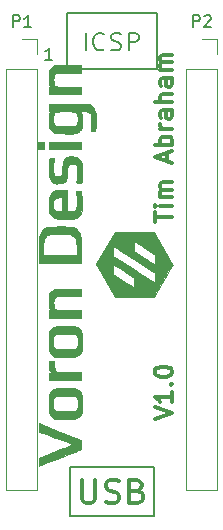
<source format=gbr>
G04 #@! TF.GenerationSoftware,KiCad,Pcbnew,(5.1.5)-3*
G04 #@! TF.CreationDate,2020-04-06T22:17:53-04:00*
G04 #@! TF.ProjectId,RepRap Display Controller,52657052-6170-4204-9469-73706c617920,rev?*
G04 #@! TF.SameCoordinates,Original*
G04 #@! TF.FileFunction,Legend,Top*
G04 #@! TF.FilePolarity,Positive*
%FSLAX46Y46*%
G04 Gerber Fmt 4.6, Leading zero omitted, Abs format (unit mm)*
G04 Created by KiCad (PCBNEW (5.1.5)-3) date 2020-04-06 22:17:53*
%MOMM*%
%LPD*%
G04 APERTURE LIST*
%ADD10C,0.300000*%
%ADD11C,0.150000*%
%ADD12C,0.010000*%
%ADD13C,0.120000*%
G04 APERTURE END LIST*
D10*
X150689571Y-85410571D02*
X150689571Y-84553428D01*
X152189571Y-84982000D02*
X150689571Y-84982000D01*
X152189571Y-84053428D02*
X151189571Y-84053428D01*
X150689571Y-84053428D02*
X150761000Y-84124857D01*
X150832428Y-84053428D01*
X150761000Y-83982000D01*
X150689571Y-84053428D01*
X150832428Y-84053428D01*
X152189571Y-83339142D02*
X151189571Y-83339142D01*
X151332428Y-83339142D02*
X151261000Y-83267714D01*
X151189571Y-83124857D01*
X151189571Y-82910571D01*
X151261000Y-82767714D01*
X151403857Y-82696285D01*
X152189571Y-82696285D01*
X151403857Y-82696285D02*
X151261000Y-82624857D01*
X151189571Y-82482000D01*
X151189571Y-82267714D01*
X151261000Y-82124857D01*
X151403857Y-82053428D01*
X152189571Y-82053428D01*
X151761000Y-80267714D02*
X151761000Y-79553428D01*
X152189571Y-80410571D02*
X150689571Y-79910571D01*
X152189571Y-79410571D01*
X152189571Y-78910571D02*
X150689571Y-78910571D01*
X151261000Y-78910571D02*
X151189571Y-78767714D01*
X151189571Y-78482000D01*
X151261000Y-78339142D01*
X151332428Y-78267714D01*
X151475285Y-78196285D01*
X151903857Y-78196285D01*
X152046714Y-78267714D01*
X152118142Y-78339142D01*
X152189571Y-78482000D01*
X152189571Y-78767714D01*
X152118142Y-78910571D01*
X152189571Y-77553428D02*
X151189571Y-77553428D01*
X151475285Y-77553428D02*
X151332428Y-77482000D01*
X151261000Y-77410571D01*
X151189571Y-77267714D01*
X151189571Y-77124857D01*
X152189571Y-75982000D02*
X151403857Y-75982000D01*
X151261000Y-76053428D01*
X151189571Y-76196285D01*
X151189571Y-76482000D01*
X151261000Y-76624857D01*
X152118142Y-75982000D02*
X152189571Y-76124857D01*
X152189571Y-76482000D01*
X152118142Y-76624857D01*
X151975285Y-76696285D01*
X151832428Y-76696285D01*
X151689571Y-76624857D01*
X151618142Y-76482000D01*
X151618142Y-76124857D01*
X151546714Y-75982000D01*
X152189571Y-75267714D02*
X150689571Y-75267714D01*
X152189571Y-74624857D02*
X151403857Y-74624857D01*
X151261000Y-74696285D01*
X151189571Y-74839142D01*
X151189571Y-75053428D01*
X151261000Y-75196285D01*
X151332428Y-75267714D01*
X152189571Y-73267714D02*
X151403857Y-73267714D01*
X151261000Y-73339142D01*
X151189571Y-73482000D01*
X151189571Y-73767714D01*
X151261000Y-73910571D01*
X152118142Y-73267714D02*
X152189571Y-73410571D01*
X152189571Y-73767714D01*
X152118142Y-73910571D01*
X151975285Y-73982000D01*
X151832428Y-73982000D01*
X151689571Y-73910571D01*
X151618142Y-73767714D01*
X151618142Y-73410571D01*
X151546714Y-73267714D01*
X152189571Y-72553428D02*
X151189571Y-72553428D01*
X151332428Y-72553428D02*
X151261000Y-72482000D01*
X151189571Y-72339142D01*
X151189571Y-72124857D01*
X151261000Y-71982000D01*
X151403857Y-71910571D01*
X152189571Y-71910571D01*
X151403857Y-71910571D02*
X151261000Y-71839142D01*
X151189571Y-71696285D01*
X151189571Y-71482000D01*
X151261000Y-71339142D01*
X151403857Y-71267714D01*
X152189571Y-71267714D01*
X150689571Y-102107714D02*
X152189571Y-101607714D01*
X150689571Y-101107714D01*
X152189571Y-99822000D02*
X152189571Y-100679142D01*
X152189571Y-100250571D02*
X150689571Y-100250571D01*
X150903857Y-100393428D01*
X151046714Y-100536285D01*
X151118142Y-100679142D01*
X152046714Y-99179142D02*
X152118142Y-99107714D01*
X152189571Y-99179142D01*
X152118142Y-99250571D01*
X152046714Y-99179142D01*
X152189571Y-99179142D01*
X150689571Y-98179142D02*
X150689571Y-98036285D01*
X150761000Y-97893428D01*
X150832428Y-97822000D01*
X150975285Y-97750571D01*
X151261000Y-97679142D01*
X151618142Y-97679142D01*
X151903857Y-97750571D01*
X152046714Y-97822000D01*
X152118142Y-97893428D01*
X152189571Y-98036285D01*
X152189571Y-98179142D01*
X152118142Y-98322000D01*
X152046714Y-98393428D01*
X151903857Y-98464857D01*
X151618142Y-98536285D01*
X151261000Y-98536285D01*
X150975285Y-98464857D01*
X150832428Y-98393428D01*
X150761000Y-98322000D01*
X150689571Y-98179142D01*
D11*
X150622000Y-106172000D02*
X150622000Y-110363000D01*
X143510000Y-106172000D02*
X150622000Y-106172000D01*
X143510000Y-110363000D02*
X143510000Y-106172000D01*
X150622000Y-110363000D02*
X143510000Y-110363000D01*
X150876000Y-67754500D02*
X143256000Y-67754500D01*
X150876000Y-72517000D02*
X150876000Y-67754500D01*
X143256000Y-72517000D02*
X150876000Y-72517000D01*
X143256000Y-67754500D02*
X143256000Y-72517000D01*
X144851714Y-70909571D02*
X144851714Y-69409571D01*
X146423142Y-70766714D02*
X146351714Y-70838142D01*
X146137428Y-70909571D01*
X145994571Y-70909571D01*
X145780285Y-70838142D01*
X145637428Y-70695285D01*
X145566000Y-70552428D01*
X145494571Y-70266714D01*
X145494571Y-70052428D01*
X145566000Y-69766714D01*
X145637428Y-69623857D01*
X145780285Y-69481000D01*
X145994571Y-69409571D01*
X146137428Y-69409571D01*
X146351714Y-69481000D01*
X146423142Y-69552428D01*
X146994571Y-70838142D02*
X147208857Y-70909571D01*
X147566000Y-70909571D01*
X147708857Y-70838142D01*
X147780285Y-70766714D01*
X147851714Y-70623857D01*
X147851714Y-70481000D01*
X147780285Y-70338142D01*
X147708857Y-70266714D01*
X147566000Y-70195285D01*
X147280285Y-70123857D01*
X147137428Y-70052428D01*
X147066000Y-69981000D01*
X146994571Y-69838142D01*
X146994571Y-69695285D01*
X147066000Y-69552428D01*
X147137428Y-69481000D01*
X147280285Y-69409571D01*
X147637428Y-69409571D01*
X147851714Y-69481000D01*
X148494571Y-70909571D02*
X148494571Y-69409571D01*
X149066000Y-69409571D01*
X149208857Y-69481000D01*
X149280285Y-69552428D01*
X149351714Y-69695285D01*
X149351714Y-69909571D01*
X149280285Y-70052428D01*
X149208857Y-70123857D01*
X149066000Y-70195285D01*
X148494571Y-70195285D01*
D10*
X144542190Y-107235761D02*
X144542190Y-108854809D01*
X144637428Y-109045285D01*
X144732666Y-109140523D01*
X144923142Y-109235761D01*
X145304095Y-109235761D01*
X145494571Y-109140523D01*
X145589809Y-109045285D01*
X145685047Y-108854809D01*
X145685047Y-107235761D01*
X146542190Y-109140523D02*
X146827904Y-109235761D01*
X147304095Y-109235761D01*
X147494571Y-109140523D01*
X147589809Y-109045285D01*
X147685047Y-108854809D01*
X147685047Y-108664333D01*
X147589809Y-108473857D01*
X147494571Y-108378619D01*
X147304095Y-108283380D01*
X146923142Y-108188142D01*
X146732666Y-108092904D01*
X146637428Y-107997666D01*
X146542190Y-107807190D01*
X146542190Y-107616714D01*
X146637428Y-107426238D01*
X146732666Y-107331000D01*
X146923142Y-107235761D01*
X147399333Y-107235761D01*
X147685047Y-107331000D01*
X149208857Y-108188142D02*
X149494571Y-108283380D01*
X149589809Y-108378619D01*
X149685047Y-108569095D01*
X149685047Y-108854809D01*
X149589809Y-109045285D01*
X149494571Y-109140523D01*
X149304095Y-109235761D01*
X148542190Y-109235761D01*
X148542190Y-107235761D01*
X149208857Y-107235761D01*
X149399333Y-107331000D01*
X149494571Y-107426238D01*
X149589809Y-107616714D01*
X149589809Y-107807190D01*
X149494571Y-107997666D01*
X149399333Y-108092904D01*
X149208857Y-108188142D01*
X148542190Y-108188142D01*
D11*
X142017714Y-71699380D02*
X141446285Y-71699380D01*
X141732000Y-71699380D02*
X141732000Y-70699380D01*
X141636761Y-70842238D01*
X141541523Y-70937476D01*
X141446285Y-70985095D01*
D12*
G36*
X141352511Y-78637464D02*
G01*
X141352511Y-79271709D01*
X140808872Y-79271709D01*
X140808872Y-78637464D01*
X141352511Y-78637464D01*
G37*
X141352511Y-78637464D02*
X141352511Y-79271709D01*
X140808872Y-79271709D01*
X140808872Y-78637464D01*
X141352511Y-78637464D01*
G36*
X141739948Y-72803691D02*
G01*
X141741824Y-72793350D01*
X141792782Y-72593792D01*
X141865205Y-72442678D01*
X141965315Y-72330005D01*
X142074600Y-72258141D01*
X142235270Y-72174206D01*
X144493533Y-72174206D01*
X144493533Y-72808451D01*
X143444009Y-72808896D01*
X143136706Y-72809672D01*
X142885456Y-72811811D01*
X142685922Y-72815460D01*
X142533766Y-72820764D01*
X142424648Y-72827869D01*
X142354231Y-72836922D01*
X142320632Y-72846716D01*
X142232773Y-72911876D01*
X142172981Y-73008559D01*
X142138371Y-73144732D01*
X142126055Y-73328362D01*
X142126131Y-73383443D01*
X142135355Y-73571607D01*
X142160349Y-73711511D01*
X142204890Y-73814097D01*
X142272754Y-73890305D01*
X142310665Y-73918095D01*
X142337390Y-73932430D01*
X142373631Y-73944094D01*
X142425701Y-73953434D01*
X142499914Y-73960796D01*
X142602585Y-73966528D01*
X142740028Y-73970976D01*
X142918557Y-73974486D01*
X143144485Y-73977406D01*
X143424127Y-73980082D01*
X143442616Y-73980241D01*
X144493533Y-73989248D01*
X144493533Y-74620579D01*
X141775341Y-74620579D01*
X141775341Y-74303457D01*
X141776543Y-74159992D01*
X141781188Y-74066746D01*
X141790828Y-74013561D01*
X141807020Y-73990281D01*
X141823875Y-73986334D01*
X141857191Y-73970742D01*
X141850447Y-73933481D01*
X141788572Y-73739105D01*
X141744560Y-73507688D01*
X141720436Y-73260480D01*
X141718224Y-73018731D01*
X141739948Y-72803691D01*
G37*
X141739948Y-72803691D02*
X141741824Y-72793350D01*
X141792782Y-72593792D01*
X141865205Y-72442678D01*
X141965315Y-72330005D01*
X142074600Y-72258141D01*
X142235270Y-72174206D01*
X144493533Y-72174206D01*
X144493533Y-72808451D01*
X143444009Y-72808896D01*
X143136706Y-72809672D01*
X142885456Y-72811811D01*
X142685922Y-72815460D01*
X142533766Y-72820764D01*
X142424648Y-72827869D01*
X142354231Y-72836922D01*
X142320632Y-72846716D01*
X142232773Y-72911876D01*
X142172981Y-73008559D01*
X142138371Y-73144732D01*
X142126055Y-73328362D01*
X142126131Y-73383443D01*
X142135355Y-73571607D01*
X142160349Y-73711511D01*
X142204890Y-73814097D01*
X142272754Y-73890305D01*
X142310665Y-73918095D01*
X142337390Y-73932430D01*
X142373631Y-73944094D01*
X142425701Y-73953434D01*
X142499914Y-73960796D01*
X142602585Y-73966528D01*
X142740028Y-73970976D01*
X142918557Y-73974486D01*
X143144485Y-73977406D01*
X143424127Y-73980082D01*
X143442616Y-73980241D01*
X144493533Y-73989248D01*
X144493533Y-74620579D01*
X141775341Y-74620579D01*
X141775341Y-74303457D01*
X141776543Y-74159992D01*
X141781188Y-74066746D01*
X141790828Y-74013561D01*
X141807020Y-73990281D01*
X141823875Y-73986334D01*
X141857191Y-73970742D01*
X141850447Y-73933481D01*
X141788572Y-73739105D01*
X141744560Y-73507688D01*
X141720436Y-73260480D01*
X141718224Y-73018731D01*
X141739948Y-72803691D01*
G36*
X144493533Y-78637464D02*
G01*
X144493533Y-79271709D01*
X141775341Y-79271709D01*
X141775341Y-78637464D01*
X144493533Y-78637464D01*
G37*
X144493533Y-78637464D02*
X144493533Y-79271709D01*
X141775341Y-79271709D01*
X141775341Y-78637464D01*
X144493533Y-78637464D01*
G36*
X140870299Y-87618668D02*
G01*
X140873881Y-87351875D01*
X140880793Y-87130682D01*
X140891807Y-86947703D01*
X140907695Y-86795547D01*
X140929227Y-86666826D01*
X140957176Y-86554152D01*
X140992312Y-86450136D01*
X141035376Y-86347456D01*
X141138065Y-86177817D01*
X141277536Y-86027875D01*
X141437628Y-85913010D01*
X141541691Y-85865615D01*
X141591314Y-85850210D01*
X141646961Y-85837933D01*
X141715780Y-85828437D01*
X141804919Y-85821377D01*
X141921527Y-85816407D01*
X142072752Y-85813181D01*
X142265742Y-85811353D01*
X142507647Y-85810577D01*
X142681405Y-85810472D01*
X142982322Y-85810799D01*
X143229609Y-85812577D01*
X143430042Y-85817004D01*
X143590394Y-85825277D01*
X143717440Y-85838593D01*
X143817954Y-85858150D01*
X143898710Y-85885143D01*
X143966483Y-85920771D01*
X144028048Y-85966231D01*
X144090178Y-86022720D01*
X144135622Y-86067460D01*
X144226480Y-86163854D01*
X144289992Y-86250690D01*
X144339698Y-86350453D01*
X144389136Y-86485631D01*
X144391307Y-86492118D01*
X144476368Y-86746739D01*
X144486999Y-87826465D01*
X144497630Y-88906192D01*
X144108065Y-88906192D01*
X144108065Y-88211542D01*
X144094088Y-87630151D01*
X144088250Y-87419555D01*
X144081484Y-87258758D01*
X144072672Y-87137155D01*
X144060694Y-87044141D01*
X144044432Y-86969111D01*
X144022767Y-86901461D01*
X144015076Y-86881093D01*
X143923555Y-86708984D01*
X143802035Y-86579684D01*
X143657740Y-86500529D01*
X143632772Y-86492940D01*
X143563104Y-86482714D01*
X143443273Y-86474391D01*
X143283491Y-86467974D01*
X143093969Y-86463466D01*
X142884919Y-86460870D01*
X142666552Y-86460188D01*
X142449079Y-86461425D01*
X142242713Y-86464582D01*
X142057665Y-86469663D01*
X141904147Y-86476672D01*
X141792369Y-86485611D01*
X141747293Y-86492380D01*
X141599528Y-86544852D01*
X141484578Y-86636072D01*
X141393858Y-86774219D01*
X141353319Y-86867547D01*
X141328396Y-86938422D01*
X141309609Y-87010259D01*
X141295757Y-87093920D01*
X141285637Y-87200265D01*
X141278048Y-87340156D01*
X141271789Y-87524453D01*
X141268948Y-87630151D01*
X141254089Y-88211542D01*
X144108065Y-88211542D01*
X144108065Y-88906192D01*
X140869276Y-88906192D01*
X140869276Y-87938450D01*
X140870299Y-87618668D01*
G37*
X140870299Y-87618668D02*
X140873881Y-87351875D01*
X140880793Y-87130682D01*
X140891807Y-86947703D01*
X140907695Y-86795547D01*
X140929227Y-86666826D01*
X140957176Y-86554152D01*
X140992312Y-86450136D01*
X141035376Y-86347456D01*
X141138065Y-86177817D01*
X141277536Y-86027875D01*
X141437628Y-85913010D01*
X141541691Y-85865615D01*
X141591314Y-85850210D01*
X141646961Y-85837933D01*
X141715780Y-85828437D01*
X141804919Y-85821377D01*
X141921527Y-85816407D01*
X142072752Y-85813181D01*
X142265742Y-85811353D01*
X142507647Y-85810577D01*
X142681405Y-85810472D01*
X142982322Y-85810799D01*
X143229609Y-85812577D01*
X143430042Y-85817004D01*
X143590394Y-85825277D01*
X143717440Y-85838593D01*
X143817954Y-85858150D01*
X143898710Y-85885143D01*
X143966483Y-85920771D01*
X144028048Y-85966231D01*
X144090178Y-86022720D01*
X144135622Y-86067460D01*
X144226480Y-86163854D01*
X144289992Y-86250690D01*
X144339698Y-86350453D01*
X144389136Y-86485631D01*
X144391307Y-86492118D01*
X144476368Y-86746739D01*
X144486999Y-87826465D01*
X144497630Y-88906192D01*
X144108065Y-88906192D01*
X144108065Y-88211542D01*
X144094088Y-87630151D01*
X144088250Y-87419555D01*
X144081484Y-87258758D01*
X144072672Y-87137155D01*
X144060694Y-87044141D01*
X144044432Y-86969111D01*
X144022767Y-86901461D01*
X144015076Y-86881093D01*
X143923555Y-86708984D01*
X143802035Y-86579684D01*
X143657740Y-86500529D01*
X143632772Y-86492940D01*
X143563104Y-86482714D01*
X143443273Y-86474391D01*
X143283491Y-86467974D01*
X143093969Y-86463466D01*
X142884919Y-86460870D01*
X142666552Y-86460188D01*
X142449079Y-86461425D01*
X142242713Y-86464582D01*
X142057665Y-86469663D01*
X141904147Y-86476672D01*
X141792369Y-86485611D01*
X141747293Y-86492380D01*
X141599528Y-86544852D01*
X141484578Y-86636072D01*
X141393858Y-86774219D01*
X141353319Y-86867547D01*
X141328396Y-86938422D01*
X141309609Y-87010259D01*
X141295757Y-87093920D01*
X141285637Y-87200265D01*
X141278048Y-87340156D01*
X141271789Y-87524453D01*
X141268948Y-87630151D01*
X141254089Y-88211542D01*
X144108065Y-88211542D01*
X144108065Y-88906192D01*
X140869276Y-88906192D01*
X140869276Y-87938450D01*
X140870299Y-87618668D01*
G36*
X141739948Y-91710231D02*
G01*
X141741824Y-91699890D01*
X141792782Y-91500332D01*
X141865205Y-91349218D01*
X141965315Y-91236545D01*
X142074600Y-91164681D01*
X142235270Y-91080746D01*
X144493533Y-91080746D01*
X144493533Y-91714991D01*
X143444009Y-91715436D01*
X143136706Y-91716212D01*
X142885456Y-91718351D01*
X142685922Y-91722000D01*
X142533766Y-91727304D01*
X142424648Y-91734409D01*
X142354231Y-91743462D01*
X142320632Y-91753256D01*
X142232773Y-91818416D01*
X142172981Y-91915099D01*
X142138371Y-92051272D01*
X142126055Y-92234902D01*
X142126131Y-92289983D01*
X142135355Y-92478147D01*
X142160349Y-92618051D01*
X142204890Y-92720637D01*
X142272754Y-92796844D01*
X142310665Y-92824635D01*
X142337390Y-92838970D01*
X142373631Y-92850634D01*
X142425701Y-92859973D01*
X142499914Y-92867336D01*
X142602585Y-92873068D01*
X142740028Y-92877516D01*
X142918557Y-92881026D01*
X143144485Y-92883946D01*
X143424127Y-92886621D01*
X143442616Y-92886781D01*
X144493533Y-92895788D01*
X144493533Y-93527119D01*
X141775341Y-93527119D01*
X141775341Y-93209997D01*
X141776543Y-93066532D01*
X141781188Y-92973286D01*
X141790828Y-92920101D01*
X141807020Y-92896821D01*
X141823875Y-92892874D01*
X141857191Y-92877282D01*
X141850447Y-92840020D01*
X141788572Y-92645644D01*
X141744560Y-92414227D01*
X141720436Y-92167020D01*
X141718224Y-91925271D01*
X141739948Y-91710231D01*
G37*
X141739948Y-91710231D02*
X141741824Y-91699890D01*
X141792782Y-91500332D01*
X141865205Y-91349218D01*
X141965315Y-91236545D01*
X142074600Y-91164681D01*
X142235270Y-91080746D01*
X144493533Y-91080746D01*
X144493533Y-91714991D01*
X143444009Y-91715436D01*
X143136706Y-91716212D01*
X142885456Y-91718351D01*
X142685922Y-91722000D01*
X142533766Y-91727304D01*
X142424648Y-91734409D01*
X142354231Y-91743462D01*
X142320632Y-91753256D01*
X142232773Y-91818416D01*
X142172981Y-91915099D01*
X142138371Y-92051272D01*
X142126055Y-92234902D01*
X142126131Y-92289983D01*
X142135355Y-92478147D01*
X142160349Y-92618051D01*
X142204890Y-92720637D01*
X142272754Y-92796844D01*
X142310665Y-92824635D01*
X142337390Y-92838970D01*
X142373631Y-92850634D01*
X142425701Y-92859973D01*
X142499914Y-92867336D01*
X142602585Y-92873068D01*
X142740028Y-92877516D01*
X142918557Y-92881026D01*
X143144485Y-92883946D01*
X143424127Y-92886621D01*
X143442616Y-92886781D01*
X144493533Y-92895788D01*
X144493533Y-93527119D01*
X141775341Y-93527119D01*
X141775341Y-93209997D01*
X141776543Y-93066532D01*
X141781188Y-92973286D01*
X141790828Y-92920101D01*
X141807020Y-92896821D01*
X141823875Y-92892874D01*
X141857191Y-92877282D01*
X141850447Y-92840020D01*
X141788572Y-92645644D01*
X141744560Y-92414227D01*
X141720436Y-92167020D01*
X141718224Y-91925271D01*
X141739948Y-91710231D01*
G36*
X142183069Y-97196679D02*
G01*
X142198927Y-97528903D01*
X142211523Y-97711555D01*
X142230220Y-97843824D01*
X142256610Y-97935563D01*
X142268887Y-97961662D01*
X142297018Y-98009531D01*
X142328853Y-98048428D01*
X142370581Y-98079282D01*
X142428389Y-98103020D01*
X142508467Y-98120573D01*
X142617002Y-98132867D01*
X142760183Y-98140832D01*
X142944199Y-98145397D01*
X143175238Y-98147490D01*
X143459487Y-98148040D01*
X143510994Y-98148047D01*
X144493533Y-98148047D01*
X144493533Y-98782292D01*
X141775341Y-98782292D01*
X141775341Y-98178249D01*
X141853363Y-98178249D01*
X141906940Y-98170932D01*
X141919869Y-98155597D01*
X141844019Y-98004297D01*
X141791840Y-97890648D01*
X141758883Y-97798842D01*
X141740702Y-97713069D01*
X141732850Y-97617519D01*
X141730880Y-97496384D01*
X141730839Y-97483600D01*
X141730037Y-97196679D01*
X142183069Y-97196679D01*
G37*
X142183069Y-97196679D02*
X142198927Y-97528903D01*
X142211523Y-97711555D01*
X142230220Y-97843824D01*
X142256610Y-97935563D01*
X142268887Y-97961662D01*
X142297018Y-98009531D01*
X142328853Y-98048428D01*
X142370581Y-98079282D01*
X142428389Y-98103020D01*
X142508467Y-98120573D01*
X142617002Y-98132867D01*
X142760183Y-98140832D01*
X142944199Y-98145397D01*
X143175238Y-98147490D01*
X143459487Y-98148040D01*
X143510994Y-98148047D01*
X144493533Y-98148047D01*
X144493533Y-98782292D01*
X141775341Y-98782292D01*
X141775341Y-98178249D01*
X141853363Y-98178249D01*
X141906940Y-98170932D01*
X141919869Y-98155597D01*
X141844019Y-98004297D01*
X141791840Y-97890648D01*
X141758883Y-97798842D01*
X141740702Y-97713069D01*
X141732850Y-97617519D01*
X141730880Y-97496384D01*
X141730839Y-97483600D01*
X141730037Y-97196679D01*
X142183069Y-97196679D01*
G36*
X142351730Y-104819926D02*
G01*
X142718121Y-104682649D01*
X143028519Y-104564889D01*
X143283953Y-104466231D01*
X143485454Y-104386263D01*
X143634049Y-104324569D01*
X143730769Y-104280736D01*
X143776642Y-104254350D01*
X143778781Y-104245930D01*
X143740250Y-104231421D01*
X143650775Y-104197886D01*
X143516000Y-104147434D01*
X143341566Y-104082176D01*
X143133115Y-104004223D01*
X142896291Y-103915684D01*
X142636735Y-103818670D01*
X142360090Y-103715291D01*
X142309743Y-103696479D01*
X142032276Y-103592632D01*
X141772272Y-103494982D01*
X141535169Y-103405594D01*
X141326402Y-103326533D01*
X141151405Y-103259865D01*
X141015615Y-103207655D01*
X140924467Y-103171967D01*
X140883397Y-103154869D01*
X140881665Y-103153856D01*
X140876562Y-103119602D01*
X140873851Y-103037911D01*
X140873751Y-102921710D01*
X140875800Y-102808672D01*
X140884377Y-102477930D01*
X142681405Y-103191696D01*
X144478432Y-103905462D01*
X144486894Y-104289746D01*
X144495355Y-104674030D01*
X144388839Y-104718535D01*
X144341046Y-104737680D01*
X144242494Y-104776487D01*
X144098745Y-104832787D01*
X143915361Y-104904411D01*
X143697905Y-104989189D01*
X143451937Y-105084953D01*
X143183022Y-105189533D01*
X142896720Y-105300760D01*
X142734361Y-105363787D01*
X142438865Y-105478490D01*
X142156074Y-105588309D01*
X141891790Y-105690986D01*
X141651817Y-105784266D01*
X141441955Y-105865892D01*
X141268008Y-105933607D01*
X141135778Y-105985156D01*
X141051066Y-106018281D01*
X141027838Y-106027431D01*
X140869276Y-106090328D01*
X140869276Y-105372654D01*
X142351730Y-104819926D01*
G37*
X142351730Y-104819926D02*
X142718121Y-104682649D01*
X143028519Y-104564889D01*
X143283953Y-104466231D01*
X143485454Y-104386263D01*
X143634049Y-104324569D01*
X143730769Y-104280736D01*
X143776642Y-104254350D01*
X143778781Y-104245930D01*
X143740250Y-104231421D01*
X143650775Y-104197886D01*
X143516000Y-104147434D01*
X143341566Y-104082176D01*
X143133115Y-104004223D01*
X142896291Y-103915684D01*
X142636735Y-103818670D01*
X142360090Y-103715291D01*
X142309743Y-103696479D01*
X142032276Y-103592632D01*
X141772272Y-103494982D01*
X141535169Y-103405594D01*
X141326402Y-103326533D01*
X141151405Y-103259865D01*
X141015615Y-103207655D01*
X140924467Y-103171967D01*
X140883397Y-103154869D01*
X140881665Y-103153856D01*
X140876562Y-103119602D01*
X140873851Y-103037911D01*
X140873751Y-102921710D01*
X140875800Y-102808672D01*
X140884377Y-102477930D01*
X142681405Y-103191696D01*
X144478432Y-103905462D01*
X144486894Y-104289746D01*
X144495355Y-104674030D01*
X144388839Y-104718535D01*
X144341046Y-104737680D01*
X144242494Y-104776487D01*
X144098745Y-104832787D01*
X143915361Y-104904411D01*
X143697905Y-104989189D01*
X143451937Y-105084953D01*
X143183022Y-105189533D01*
X142896720Y-105300760D01*
X142734361Y-105363787D01*
X142438865Y-105478490D01*
X142156074Y-105588309D01*
X141891790Y-105690986D01*
X141651817Y-105784266D01*
X141441955Y-105865892D01*
X141268008Y-105933607D01*
X141135778Y-105985156D01*
X141051066Y-106018281D01*
X141027838Y-106027431D01*
X140869276Y-106090328D01*
X140869276Y-105372654D01*
X142351730Y-104819926D01*
G36*
X141729117Y-80618893D02*
G01*
X141737067Y-80447247D01*
X141745610Y-80295236D01*
X141754012Y-80173765D01*
X141761542Y-80093744D01*
X141766092Y-80067704D01*
X141800440Y-80042611D01*
X141883509Y-80029484D01*
X141978777Y-80026762D01*
X142175750Y-80026762D01*
X142157019Y-80170223D01*
X142117607Y-80513811D01*
X142096650Y-80802344D01*
X142094372Y-81038350D01*
X142110992Y-81224360D01*
X142146734Y-81362903D01*
X142201819Y-81456511D01*
X142274181Y-81506859D01*
X142355106Y-81524727D01*
X142467230Y-81534602D01*
X142585453Y-81535858D01*
X142684671Y-81527871D01*
X142725355Y-81518108D01*
X142776688Y-81485058D01*
X142816495Y-81425446D01*
X142846540Y-81332176D01*
X142868585Y-81198153D01*
X142884393Y-81016282D01*
X142893300Y-80842220D01*
X142906270Y-80611857D01*
X142925675Y-80432104D01*
X142954313Y-80293274D01*
X142994985Y-80185682D01*
X143050489Y-80099643D01*
X143123624Y-80025472D01*
X143131213Y-80019009D01*
X143242102Y-79946596D01*
X143375896Y-79901432D01*
X143543963Y-79881053D01*
X143757668Y-79882996D01*
X143758623Y-79883045D01*
X143905394Y-79893583D01*
X144011011Y-79910250D01*
X144094701Y-79937416D01*
X144171274Y-79976852D01*
X144292073Y-80069569D01*
X144387741Y-80194110D01*
X144459806Y-80355426D01*
X144509798Y-80558471D01*
X144539244Y-80808195D01*
X144549673Y-81109551D01*
X144549412Y-81201927D01*
X144547151Y-81371901D01*
X144543932Y-81526957D01*
X144540111Y-81654056D01*
X144536044Y-81740160D01*
X144534076Y-81763385D01*
X144522934Y-81853895D01*
X144509236Y-81961628D01*
X144506549Y-81982351D01*
X144489832Y-82110710D01*
X144280268Y-82110710D01*
X144191633Y-82111224D01*
X144130211Y-82106756D01*
X144092629Y-82088295D01*
X144075514Y-82046830D01*
X144075495Y-81973348D01*
X144089197Y-81858837D01*
X144113249Y-81694286D01*
X144116377Y-81672779D01*
X144136739Y-81499710D01*
X144152200Y-81306543D01*
X144160148Y-81127993D01*
X144160675Y-81083837D01*
X144151980Y-80878778D01*
X144122066Y-80725762D01*
X144066507Y-80618808D01*
X143980874Y-80551935D01*
X143860742Y-80519163D01*
X143738480Y-80513452D01*
X143604551Y-80519595D01*
X143501996Y-80538199D01*
X143426119Y-80576537D01*
X143372224Y-80641879D01*
X143335618Y-80741496D01*
X143311603Y-80882659D01*
X143295485Y-81072639D01*
X143287734Y-81211441D01*
X143270734Y-81457105D01*
X143245038Y-81650914D01*
X143207142Y-81801195D01*
X143153542Y-81916273D01*
X143080735Y-82004475D01*
X142985217Y-82074127D01*
X142907921Y-82114031D01*
X142816372Y-82141157D01*
X142688173Y-82160183D01*
X142541587Y-82170544D01*
X142394875Y-82171673D01*
X142266296Y-82163004D01*
X142174113Y-82143968D01*
X142158432Y-82137288D01*
X142024387Y-82044796D01*
X141916241Y-81916084D01*
X141833013Y-81747673D01*
X141773718Y-81536086D01*
X141737373Y-81277845D01*
X141722995Y-80969470D01*
X141729117Y-80618893D01*
G37*
X141729117Y-80618893D02*
X141737067Y-80447247D01*
X141745610Y-80295236D01*
X141754012Y-80173765D01*
X141761542Y-80093744D01*
X141766092Y-80067704D01*
X141800440Y-80042611D01*
X141883509Y-80029484D01*
X141978777Y-80026762D01*
X142175750Y-80026762D01*
X142157019Y-80170223D01*
X142117607Y-80513811D01*
X142096650Y-80802344D01*
X142094372Y-81038350D01*
X142110992Y-81224360D01*
X142146734Y-81362903D01*
X142201819Y-81456511D01*
X142274181Y-81506859D01*
X142355106Y-81524727D01*
X142467230Y-81534602D01*
X142585453Y-81535858D01*
X142684671Y-81527871D01*
X142725355Y-81518108D01*
X142776688Y-81485058D01*
X142816495Y-81425446D01*
X142846540Y-81332176D01*
X142868585Y-81198153D01*
X142884393Y-81016282D01*
X142893300Y-80842220D01*
X142906270Y-80611857D01*
X142925675Y-80432104D01*
X142954313Y-80293274D01*
X142994985Y-80185682D01*
X143050489Y-80099643D01*
X143123624Y-80025472D01*
X143131213Y-80019009D01*
X143242102Y-79946596D01*
X143375896Y-79901432D01*
X143543963Y-79881053D01*
X143757668Y-79882996D01*
X143758623Y-79883045D01*
X143905394Y-79893583D01*
X144011011Y-79910250D01*
X144094701Y-79937416D01*
X144171274Y-79976852D01*
X144292073Y-80069569D01*
X144387741Y-80194110D01*
X144459806Y-80355426D01*
X144509798Y-80558471D01*
X144539244Y-80808195D01*
X144549673Y-81109551D01*
X144549412Y-81201927D01*
X144547151Y-81371901D01*
X144543932Y-81526957D01*
X144540111Y-81654056D01*
X144536044Y-81740160D01*
X144534076Y-81763385D01*
X144522934Y-81853895D01*
X144509236Y-81961628D01*
X144506549Y-81982351D01*
X144489832Y-82110710D01*
X144280268Y-82110710D01*
X144191633Y-82111224D01*
X144130211Y-82106756D01*
X144092629Y-82088295D01*
X144075514Y-82046830D01*
X144075495Y-81973348D01*
X144089197Y-81858837D01*
X144113249Y-81694286D01*
X144116377Y-81672779D01*
X144136739Y-81499710D01*
X144152200Y-81306543D01*
X144160148Y-81127993D01*
X144160675Y-81083837D01*
X144151980Y-80878778D01*
X144122066Y-80725762D01*
X144066507Y-80618808D01*
X143980874Y-80551935D01*
X143860742Y-80519163D01*
X143738480Y-80513452D01*
X143604551Y-80519595D01*
X143501996Y-80538199D01*
X143426119Y-80576537D01*
X143372224Y-80641879D01*
X143335618Y-80741496D01*
X143311603Y-80882659D01*
X143295485Y-81072639D01*
X143287734Y-81211441D01*
X143270734Y-81457105D01*
X143245038Y-81650914D01*
X143207142Y-81801195D01*
X143153542Y-81916273D01*
X143080735Y-82004475D01*
X142985217Y-82074127D01*
X142907921Y-82114031D01*
X142816372Y-82141157D01*
X142688173Y-82160183D01*
X142541587Y-82170544D01*
X142394875Y-82171673D01*
X142266296Y-82163004D01*
X142174113Y-82143968D01*
X142158432Y-82137288D01*
X142024387Y-82044796D01*
X141916241Y-81916084D01*
X141833013Y-81747673D01*
X141773718Y-81536086D01*
X141737373Y-81277845D01*
X141722995Y-80969470D01*
X141729117Y-80618893D01*
G36*
X141738708Y-83621750D02*
G01*
X141766098Y-83387509D01*
X141814799Y-83198589D01*
X141887334Y-83048562D01*
X141986228Y-82931003D01*
X142114004Y-82839485D01*
X142158878Y-82815885D01*
X142228122Y-82783122D01*
X142288902Y-82759945D01*
X142353601Y-82744696D01*
X142434604Y-82735720D01*
X142544297Y-82731361D01*
X142695063Y-82729962D01*
X142802213Y-82729854D01*
X143270346Y-82729854D01*
X143278346Y-83628368D01*
X143286346Y-84526881D01*
X143519964Y-84526218D01*
X143715585Y-84514127D01*
X143863482Y-84476516D01*
X143972336Y-84409482D01*
X144050826Y-84309125D01*
X144065450Y-84281015D01*
X144125939Y-84095408D01*
X144150549Y-83864849D01*
X144139067Y-83593135D01*
X144114348Y-83409402D01*
X144090583Y-83259564D01*
X144069367Y-83115056D01*
X144053691Y-82996760D01*
X144048217Y-82947371D01*
X144034476Y-82802462D01*
X144448230Y-82820460D01*
X144498194Y-83107381D01*
X144521530Y-83283239D01*
X144537661Y-83491448D01*
X144546463Y-83716310D01*
X144547809Y-83942130D01*
X144541573Y-84153212D01*
X144527630Y-84333860D01*
X144508985Y-84454736D01*
X144445814Y-84669058D01*
X144356025Y-84840115D01*
X144232171Y-84981922D01*
X144225779Y-84987749D01*
X144166327Y-85038443D01*
X144107709Y-85078468D01*
X144042222Y-85108965D01*
X143962165Y-85131070D01*
X143859835Y-85145923D01*
X143727530Y-85154663D01*
X143557549Y-85158427D01*
X143342189Y-85158356D01*
X143089134Y-85155778D01*
X142892820Y-85153021D01*
X142892820Y-84534086D01*
X142892820Y-83341609D01*
X142624830Y-83354422D01*
X142450684Y-83369658D01*
X142325231Y-83399466D01*
X142237499Y-83448989D01*
X142176519Y-83523372D01*
X142150345Y-83576893D01*
X142126195Y-83672710D01*
X142112106Y-83806750D01*
X142108123Y-83958288D01*
X142114296Y-84106599D01*
X142130670Y-84230959D01*
X142148699Y-84293785D01*
X142195767Y-84385948D01*
X142253079Y-84448592D01*
X142333203Y-84487957D01*
X142448710Y-84510283D01*
X142607611Y-84521612D01*
X142892820Y-84534086D01*
X142892820Y-85153021D01*
X142846437Y-85152369D01*
X142656384Y-85148506D01*
X142511214Y-85143613D01*
X142403166Y-85137115D01*
X142324479Y-85128436D01*
X142267393Y-85117001D01*
X142224147Y-85102235D01*
X142198171Y-85089724D01*
X142052066Y-84994794D01*
X141936877Y-84878590D01*
X141849955Y-84734424D01*
X141788653Y-84555611D01*
X141750322Y-84335464D01*
X141732316Y-84067297D01*
X141730105Y-83907737D01*
X141738708Y-83621750D01*
G37*
X141738708Y-83621750D02*
X141766098Y-83387509D01*
X141814799Y-83198589D01*
X141887334Y-83048562D01*
X141986228Y-82931003D01*
X142114004Y-82839485D01*
X142158878Y-82815885D01*
X142228122Y-82783122D01*
X142288902Y-82759945D01*
X142353601Y-82744696D01*
X142434604Y-82735720D01*
X142544297Y-82731361D01*
X142695063Y-82729962D01*
X142802213Y-82729854D01*
X143270346Y-82729854D01*
X143278346Y-83628368D01*
X143286346Y-84526881D01*
X143519964Y-84526218D01*
X143715585Y-84514127D01*
X143863482Y-84476516D01*
X143972336Y-84409482D01*
X144050826Y-84309125D01*
X144065450Y-84281015D01*
X144125939Y-84095408D01*
X144150549Y-83864849D01*
X144139067Y-83593135D01*
X144114348Y-83409402D01*
X144090583Y-83259564D01*
X144069367Y-83115056D01*
X144053691Y-82996760D01*
X144048217Y-82947371D01*
X144034476Y-82802462D01*
X144448230Y-82820460D01*
X144498194Y-83107381D01*
X144521530Y-83283239D01*
X144537661Y-83491448D01*
X144546463Y-83716310D01*
X144547809Y-83942130D01*
X144541573Y-84153212D01*
X144527630Y-84333860D01*
X144508985Y-84454736D01*
X144445814Y-84669058D01*
X144356025Y-84840115D01*
X144232171Y-84981922D01*
X144225779Y-84987749D01*
X144166327Y-85038443D01*
X144107709Y-85078468D01*
X144042222Y-85108965D01*
X143962165Y-85131070D01*
X143859835Y-85145923D01*
X143727530Y-85154663D01*
X143557549Y-85158427D01*
X143342189Y-85158356D01*
X143089134Y-85155778D01*
X142892820Y-85153021D01*
X142892820Y-84534086D01*
X142892820Y-83341609D01*
X142624830Y-83354422D01*
X142450684Y-83369658D01*
X142325231Y-83399466D01*
X142237499Y-83448989D01*
X142176519Y-83523372D01*
X142150345Y-83576893D01*
X142126195Y-83672710D01*
X142112106Y-83806750D01*
X142108123Y-83958288D01*
X142114296Y-84106599D01*
X142130670Y-84230959D01*
X142148699Y-84293785D01*
X142195767Y-84385948D01*
X142253079Y-84448592D01*
X142333203Y-84487957D01*
X142448710Y-84510283D01*
X142607611Y-84521612D01*
X142892820Y-84534086D01*
X142892820Y-85153021D01*
X142846437Y-85152369D01*
X142656384Y-85148506D01*
X142511214Y-85143613D01*
X142403166Y-85137115D01*
X142324479Y-85128436D01*
X142267393Y-85117001D01*
X142224147Y-85102235D01*
X142198171Y-85089724D01*
X142052066Y-84994794D01*
X141936877Y-84878590D01*
X141849955Y-84734424D01*
X141788653Y-84555611D01*
X141750322Y-84335464D01*
X141732316Y-84067297D01*
X141730105Y-83907737D01*
X141738708Y-83621750D01*
G36*
X141723736Y-95444955D02*
G01*
X141736122Y-95165467D01*
X141758462Y-94938871D01*
X141793870Y-94758040D01*
X141845459Y-94615851D01*
X141916342Y-94505178D01*
X142009633Y-94418897D01*
X142128445Y-94349884D01*
X142218963Y-94311621D01*
X142289712Y-94287274D01*
X142363729Y-94268877D01*
X142451890Y-94255234D01*
X142565072Y-94245151D01*
X142714150Y-94237431D01*
X142910001Y-94230880D01*
X142968325Y-94229264D01*
X143281735Y-94224621D01*
X143542255Y-94229634D01*
X143756740Y-94245049D01*
X143932043Y-94271610D01*
X144075020Y-94310062D01*
X144192523Y-94361151D01*
X144195294Y-94362651D01*
X144298713Y-94430613D01*
X144381252Y-94514342D01*
X144444914Y-94620606D01*
X144491704Y-94756173D01*
X144523624Y-94927811D01*
X144542679Y-95142285D01*
X144550871Y-95406365D01*
X144551503Y-95565764D01*
X144547931Y-95827550D01*
X144538731Y-96032371D01*
X144523703Y-96183418D01*
X144507112Y-96268563D01*
X144439081Y-96467216D01*
X144352319Y-96615088D01*
X144239575Y-96720701D01*
X144093598Y-96792576D01*
X144049108Y-96806846D01*
X143988150Y-96821432D01*
X143912647Y-96832369D01*
X143814714Y-96839962D01*
X143686465Y-96844515D01*
X143520017Y-96846333D01*
X143307484Y-96845719D01*
X143144327Y-96844120D01*
X143144327Y-96213852D01*
X143176312Y-96213794D01*
X143431664Y-96212137D01*
X143633782Y-96207192D01*
X143789820Y-96197052D01*
X143906931Y-96179813D01*
X143992270Y-96153569D01*
X144052991Y-96116415D01*
X144096246Y-96066446D01*
X144129192Y-96001755D01*
X144146916Y-95955280D01*
X144168621Y-95856172D01*
X144182040Y-95716676D01*
X144187068Y-95556254D01*
X144183596Y-95394367D01*
X144171518Y-95250474D01*
X144151371Y-95146143D01*
X144106194Y-95051937D01*
X144041461Y-94973668D01*
X144030689Y-94964930D01*
X144002059Y-94945502D01*
X143969503Y-94930487D01*
X143925347Y-94919320D01*
X143861918Y-94911432D01*
X143771543Y-94906257D01*
X143646548Y-94903227D01*
X143479262Y-94901776D01*
X143262010Y-94901337D01*
X143169995Y-94901317D01*
X142906716Y-94902018D01*
X142696994Y-94904920D01*
X142533992Y-94911212D01*
X142410871Y-94922089D01*
X142320792Y-94938744D01*
X142256918Y-94962368D01*
X142212411Y-94994155D01*
X142180431Y-95035297D01*
X142158336Y-95077765D01*
X142120480Y-95200742D01*
X142097046Y-95364464D01*
X142089415Y-95550697D01*
X142098968Y-95741205D01*
X142104457Y-95789345D01*
X142123618Y-95905299D01*
X142152224Y-95998254D01*
X142196554Y-96070698D01*
X142262886Y-96125117D01*
X142357499Y-96163997D01*
X142486671Y-96189824D01*
X142656681Y-96205085D01*
X142873807Y-96212265D01*
X143144327Y-96213852D01*
X143144327Y-96844120D01*
X143095478Y-96843640D01*
X142299353Y-96834254D01*
X142120473Y-96742706D01*
X141999107Y-96665370D01*
X141902249Y-96566766D01*
X141828068Y-96440907D01*
X141774734Y-96281807D01*
X141740418Y-96083483D01*
X141723290Y-95839947D01*
X141721520Y-95545215D01*
X141723736Y-95444955D01*
G37*
X141723736Y-95444955D02*
X141736122Y-95165467D01*
X141758462Y-94938871D01*
X141793870Y-94758040D01*
X141845459Y-94615851D01*
X141916342Y-94505178D01*
X142009633Y-94418897D01*
X142128445Y-94349884D01*
X142218963Y-94311621D01*
X142289712Y-94287274D01*
X142363729Y-94268877D01*
X142451890Y-94255234D01*
X142565072Y-94245151D01*
X142714150Y-94237431D01*
X142910001Y-94230880D01*
X142968325Y-94229264D01*
X143281735Y-94224621D01*
X143542255Y-94229634D01*
X143756740Y-94245049D01*
X143932043Y-94271610D01*
X144075020Y-94310062D01*
X144192523Y-94361151D01*
X144195294Y-94362651D01*
X144298713Y-94430613D01*
X144381252Y-94514342D01*
X144444914Y-94620606D01*
X144491704Y-94756173D01*
X144523624Y-94927811D01*
X144542679Y-95142285D01*
X144550871Y-95406365D01*
X144551503Y-95565764D01*
X144547931Y-95827550D01*
X144538731Y-96032371D01*
X144523703Y-96183418D01*
X144507112Y-96268563D01*
X144439081Y-96467216D01*
X144352319Y-96615088D01*
X144239575Y-96720701D01*
X144093598Y-96792576D01*
X144049108Y-96806846D01*
X143988150Y-96821432D01*
X143912647Y-96832369D01*
X143814714Y-96839962D01*
X143686465Y-96844515D01*
X143520017Y-96846333D01*
X143307484Y-96845719D01*
X143144327Y-96844120D01*
X143144327Y-96213852D01*
X143176312Y-96213794D01*
X143431664Y-96212137D01*
X143633782Y-96207192D01*
X143789820Y-96197052D01*
X143906931Y-96179813D01*
X143992270Y-96153569D01*
X144052991Y-96116415D01*
X144096246Y-96066446D01*
X144129192Y-96001755D01*
X144146916Y-95955280D01*
X144168621Y-95856172D01*
X144182040Y-95716676D01*
X144187068Y-95556254D01*
X144183596Y-95394367D01*
X144171518Y-95250474D01*
X144151371Y-95146143D01*
X144106194Y-95051937D01*
X144041461Y-94973668D01*
X144030689Y-94964930D01*
X144002059Y-94945502D01*
X143969503Y-94930487D01*
X143925347Y-94919320D01*
X143861918Y-94911432D01*
X143771543Y-94906257D01*
X143646548Y-94903227D01*
X143479262Y-94901776D01*
X143262010Y-94901337D01*
X143169995Y-94901317D01*
X142906716Y-94902018D01*
X142696994Y-94904920D01*
X142533992Y-94911212D01*
X142410871Y-94922089D01*
X142320792Y-94938744D01*
X142256918Y-94962368D01*
X142212411Y-94994155D01*
X142180431Y-95035297D01*
X142158336Y-95077765D01*
X142120480Y-95200742D01*
X142097046Y-95364464D01*
X142089415Y-95550697D01*
X142098968Y-95741205D01*
X142104457Y-95789345D01*
X142123618Y-95905299D01*
X142152224Y-95998254D01*
X142196554Y-96070698D01*
X142262886Y-96125117D01*
X142357499Y-96163997D01*
X142486671Y-96189824D01*
X142656681Y-96205085D01*
X142873807Y-96212265D01*
X143144327Y-96213852D01*
X143144327Y-96844120D01*
X143095478Y-96843640D01*
X142299353Y-96834254D01*
X142120473Y-96742706D01*
X141999107Y-96665370D01*
X141902249Y-96566766D01*
X141828068Y-96440907D01*
X141774734Y-96281807D01*
X141740418Y-96083483D01*
X141723290Y-95839947D01*
X141721520Y-95545215D01*
X141723736Y-95444955D01*
G36*
X141723736Y-100700127D02*
G01*
X141736122Y-100420640D01*
X141758462Y-100194043D01*
X141793870Y-100013212D01*
X141845459Y-99871023D01*
X141916342Y-99760351D01*
X142009633Y-99674070D01*
X142128445Y-99605056D01*
X142218963Y-99566793D01*
X142289712Y-99542446D01*
X142363729Y-99524049D01*
X142451890Y-99510407D01*
X142565072Y-99500323D01*
X142714150Y-99492604D01*
X142910001Y-99486053D01*
X142968325Y-99484436D01*
X143281735Y-99479794D01*
X143542255Y-99484807D01*
X143756740Y-99500221D01*
X143932043Y-99526782D01*
X144075020Y-99565235D01*
X144192523Y-99616324D01*
X144195294Y-99617824D01*
X144298713Y-99685785D01*
X144381252Y-99769515D01*
X144444914Y-99875779D01*
X144491704Y-100011346D01*
X144523624Y-100182983D01*
X144542679Y-100397458D01*
X144550871Y-100661538D01*
X144551503Y-100820936D01*
X144547931Y-101082723D01*
X144538731Y-101287543D01*
X144523703Y-101438591D01*
X144507112Y-101523735D01*
X144439081Y-101722389D01*
X144352319Y-101870261D01*
X144239575Y-101975873D01*
X144093598Y-102047748D01*
X144049108Y-102062019D01*
X143988150Y-102076604D01*
X143912647Y-102087542D01*
X143814714Y-102095135D01*
X143686465Y-102099688D01*
X143520017Y-102101505D01*
X143307484Y-102100891D01*
X143144327Y-102099292D01*
X143144327Y-101469024D01*
X143176312Y-101468967D01*
X143431664Y-101467310D01*
X143633782Y-101462364D01*
X143789820Y-101452225D01*
X143906931Y-101434986D01*
X143992270Y-101408742D01*
X144052991Y-101371588D01*
X144096246Y-101321618D01*
X144129192Y-101256927D01*
X144146916Y-101210452D01*
X144168621Y-101111344D01*
X144182040Y-100971849D01*
X144187068Y-100811427D01*
X144183596Y-100649539D01*
X144171518Y-100505646D01*
X144151371Y-100401315D01*
X144106194Y-100307109D01*
X144041461Y-100228840D01*
X144030689Y-100220102D01*
X144002059Y-100200674D01*
X143969503Y-100185660D01*
X143925347Y-100174492D01*
X143861918Y-100166604D01*
X143771543Y-100161429D01*
X143646548Y-100158400D01*
X143479262Y-100156949D01*
X143262010Y-100156509D01*
X143169995Y-100156489D01*
X142906716Y-100157191D01*
X142696994Y-100160092D01*
X142533992Y-100166385D01*
X142410871Y-100177262D01*
X142320792Y-100193916D01*
X142256918Y-100217540D01*
X142212411Y-100249327D01*
X142180431Y-100290469D01*
X142158336Y-100332938D01*
X142120480Y-100455915D01*
X142097046Y-100619637D01*
X142089415Y-100805869D01*
X142098968Y-100996378D01*
X142104457Y-101044517D01*
X142123618Y-101160471D01*
X142152224Y-101253427D01*
X142196554Y-101325871D01*
X142262886Y-101380290D01*
X142357499Y-101419169D01*
X142486671Y-101444996D01*
X142656681Y-101460257D01*
X142873807Y-101467437D01*
X143144327Y-101469024D01*
X143144327Y-102099292D01*
X143095478Y-102098812D01*
X142299353Y-102089426D01*
X142120473Y-101997878D01*
X141999107Y-101920543D01*
X141902249Y-101821938D01*
X141828068Y-101696079D01*
X141774734Y-101536980D01*
X141740418Y-101338655D01*
X141723290Y-101095119D01*
X141721520Y-100800387D01*
X141723736Y-100700127D01*
G37*
X141723736Y-100700127D02*
X141736122Y-100420640D01*
X141758462Y-100194043D01*
X141793870Y-100013212D01*
X141845459Y-99871023D01*
X141916342Y-99760351D01*
X142009633Y-99674070D01*
X142128445Y-99605056D01*
X142218963Y-99566793D01*
X142289712Y-99542446D01*
X142363729Y-99524049D01*
X142451890Y-99510407D01*
X142565072Y-99500323D01*
X142714150Y-99492604D01*
X142910001Y-99486053D01*
X142968325Y-99484436D01*
X143281735Y-99479794D01*
X143542255Y-99484807D01*
X143756740Y-99500221D01*
X143932043Y-99526782D01*
X144075020Y-99565235D01*
X144192523Y-99616324D01*
X144195294Y-99617824D01*
X144298713Y-99685785D01*
X144381252Y-99769515D01*
X144444914Y-99875779D01*
X144491704Y-100011346D01*
X144523624Y-100182983D01*
X144542679Y-100397458D01*
X144550871Y-100661538D01*
X144551503Y-100820936D01*
X144547931Y-101082723D01*
X144538731Y-101287543D01*
X144523703Y-101438591D01*
X144507112Y-101523735D01*
X144439081Y-101722389D01*
X144352319Y-101870261D01*
X144239575Y-101975873D01*
X144093598Y-102047748D01*
X144049108Y-102062019D01*
X143988150Y-102076604D01*
X143912647Y-102087542D01*
X143814714Y-102095135D01*
X143686465Y-102099688D01*
X143520017Y-102101505D01*
X143307484Y-102100891D01*
X143144327Y-102099292D01*
X143144327Y-101469024D01*
X143176312Y-101468967D01*
X143431664Y-101467310D01*
X143633782Y-101462364D01*
X143789820Y-101452225D01*
X143906931Y-101434986D01*
X143992270Y-101408742D01*
X144052991Y-101371588D01*
X144096246Y-101321618D01*
X144129192Y-101256927D01*
X144146916Y-101210452D01*
X144168621Y-101111344D01*
X144182040Y-100971849D01*
X144187068Y-100811427D01*
X144183596Y-100649539D01*
X144171518Y-100505646D01*
X144151371Y-100401315D01*
X144106194Y-100307109D01*
X144041461Y-100228840D01*
X144030689Y-100220102D01*
X144002059Y-100200674D01*
X143969503Y-100185660D01*
X143925347Y-100174492D01*
X143861918Y-100166604D01*
X143771543Y-100161429D01*
X143646548Y-100158400D01*
X143479262Y-100156949D01*
X143262010Y-100156509D01*
X143169995Y-100156489D01*
X142906716Y-100157191D01*
X142696994Y-100160092D01*
X142533992Y-100166385D01*
X142410871Y-100177262D01*
X142320792Y-100193916D01*
X142256918Y-100217540D01*
X142212411Y-100249327D01*
X142180431Y-100290469D01*
X142158336Y-100332938D01*
X142120480Y-100455915D01*
X142097046Y-100619637D01*
X142089415Y-100805869D01*
X142098968Y-100996378D01*
X142104457Y-101044517D01*
X142123618Y-101160471D01*
X142152224Y-101253427D01*
X142196554Y-101325871D01*
X142262886Y-101380290D01*
X142357499Y-101419169D01*
X142486671Y-101444996D01*
X142656681Y-101460257D01*
X142873807Y-101467437D01*
X143144327Y-101469024D01*
X143144327Y-102099292D01*
X143095478Y-102098812D01*
X142299353Y-102089426D01*
X142120473Y-101997878D01*
X141999107Y-101920543D01*
X141902249Y-101821938D01*
X141828068Y-101696079D01*
X141774734Y-101536980D01*
X141740418Y-101338655D01*
X141723290Y-101095119D01*
X141721520Y-100800387D01*
X141723736Y-100700127D01*
G36*
X141739819Y-76492301D02*
G01*
X141757758Y-76327005D01*
X141784506Y-76206192D01*
X141809575Y-76112953D01*
X141812641Y-76056170D01*
X141804926Y-76045114D01*
X141792264Y-76012221D01*
X141782451Y-75930761D01*
X141776560Y-75812545D01*
X141775341Y-75718992D01*
X141775341Y-75402938D01*
X143413807Y-75412768D01*
X143774126Y-75415075D01*
X144079147Y-75417440D01*
X144333976Y-75420046D01*
X144543719Y-75423071D01*
X144713481Y-75426699D01*
X144848369Y-75431108D01*
X144953488Y-75436482D01*
X145033945Y-75443000D01*
X145094846Y-75450843D01*
X145141296Y-75460193D01*
X145178401Y-75471230D01*
X145190702Y-75475746D01*
X145357382Y-75568576D01*
X145491970Y-75707797D01*
X145595724Y-75895449D01*
X145669902Y-76133575D01*
X145701047Y-76303670D01*
X145711908Y-76415583D01*
X145719882Y-76570264D01*
X145724783Y-76750136D01*
X145726427Y-76937625D01*
X145724630Y-77115154D01*
X145719205Y-77265148D01*
X145712087Y-77353873D01*
X145702440Y-77438217D01*
X145690141Y-77548915D01*
X145684237Y-77603041D01*
X145667070Y-77761602D01*
X145271007Y-77761602D01*
X145297550Y-77452030D01*
X145308580Y-77289035D01*
X145317368Y-77093784D01*
X145322829Y-76894418D01*
X145324090Y-76764931D01*
X145320323Y-76567425D01*
X145306746Y-76419397D01*
X145279936Y-76310260D01*
X145236473Y-76229425D01*
X145172936Y-76166305D01*
X145118761Y-76129464D01*
X145058733Y-76100292D01*
X144984942Y-76082273D01*
X144882058Y-76073083D01*
X144734749Y-76070399D01*
X144728939Y-76070395D01*
X144435808Y-76070282D01*
X144484165Y-76198641D01*
X144512925Y-76312587D01*
X144533779Y-76471006D01*
X144546413Y-76658447D01*
X144550513Y-76859457D01*
X144545767Y-77058584D01*
X144531861Y-77240378D01*
X144508480Y-77389385D01*
X144508334Y-77390043D01*
X144476008Y-77519254D01*
X144441287Y-77609684D01*
X144393794Y-77682427D01*
X144330769Y-77750994D01*
X144274249Y-77804465D01*
X144218180Y-77847199D01*
X144155327Y-77880298D01*
X144078456Y-77904864D01*
X143980335Y-77921999D01*
X143853730Y-77932805D01*
X143691407Y-77938383D01*
X143486133Y-77939835D01*
X143230674Y-77938264D01*
X143144061Y-77937360D01*
X143144061Y-77308570D01*
X143404510Y-77307613D01*
X143611360Y-77304125D01*
X143771396Y-77297179D01*
X143891402Y-77285849D01*
X143978163Y-77269209D01*
X144038462Y-77246332D01*
X144079086Y-77216293D01*
X144106817Y-77178164D01*
X144107439Y-77177034D01*
X144146445Y-77066086D01*
X144170671Y-76914972D01*
X144180069Y-76742105D01*
X144174594Y-76565898D01*
X144154199Y-76404765D01*
X144118838Y-76277118D01*
X144109750Y-76256786D01*
X144081303Y-76203216D01*
X144049727Y-76161078D01*
X144007861Y-76128997D01*
X143948542Y-76105600D01*
X143864607Y-76089509D01*
X143748893Y-76079352D01*
X143594239Y-76073752D01*
X143393480Y-76071336D01*
X143140488Y-76070727D01*
X142883280Y-76071180D01*
X142679489Y-76073763D01*
X142522132Y-76079814D01*
X142404226Y-76090671D01*
X142318788Y-76107670D01*
X142258836Y-76132149D01*
X142217386Y-76165446D01*
X142187458Y-76208897D01*
X142164672Y-76257621D01*
X142142870Y-76345406D01*
X142128731Y-76475365D01*
X142122237Y-76629760D01*
X142123369Y-76790852D01*
X142132106Y-76940901D01*
X142148429Y-77062170D01*
X142165621Y-77123521D01*
X142191847Y-77176620D01*
X142225282Y-77218520D01*
X142272864Y-77250535D01*
X142341533Y-77273976D01*
X142438229Y-77290156D01*
X142569889Y-77300388D01*
X142743454Y-77305983D01*
X142965863Y-77308254D01*
X143144061Y-77308570D01*
X143144061Y-77937360D01*
X143109661Y-77937000D01*
X142861944Y-77934036D01*
X142666947Y-77930884D01*
X142516987Y-77926933D01*
X142404381Y-77921572D01*
X142321445Y-77914193D01*
X142260499Y-77904183D01*
X142213857Y-77890934D01*
X142173838Y-77873835D01*
X142148238Y-77860635D01*
X141986924Y-77740754D01*
X141863695Y-77574871D01*
X141786879Y-77388513D01*
X141759344Y-77255222D01*
X141740837Y-77082381D01*
X141731392Y-76886564D01*
X141731041Y-76684346D01*
X141739819Y-76492301D01*
G37*
X141739819Y-76492301D02*
X141757758Y-76327005D01*
X141784506Y-76206192D01*
X141809575Y-76112953D01*
X141812641Y-76056170D01*
X141804926Y-76045114D01*
X141792264Y-76012221D01*
X141782451Y-75930761D01*
X141776560Y-75812545D01*
X141775341Y-75718992D01*
X141775341Y-75402938D01*
X143413807Y-75412768D01*
X143774126Y-75415075D01*
X144079147Y-75417440D01*
X144333976Y-75420046D01*
X144543719Y-75423071D01*
X144713481Y-75426699D01*
X144848369Y-75431108D01*
X144953488Y-75436482D01*
X145033945Y-75443000D01*
X145094846Y-75450843D01*
X145141296Y-75460193D01*
X145178401Y-75471230D01*
X145190702Y-75475746D01*
X145357382Y-75568576D01*
X145491970Y-75707797D01*
X145595724Y-75895449D01*
X145669902Y-76133575D01*
X145701047Y-76303670D01*
X145711908Y-76415583D01*
X145719882Y-76570264D01*
X145724783Y-76750136D01*
X145726427Y-76937625D01*
X145724630Y-77115154D01*
X145719205Y-77265148D01*
X145712087Y-77353873D01*
X145702440Y-77438217D01*
X145690141Y-77548915D01*
X145684237Y-77603041D01*
X145667070Y-77761602D01*
X145271007Y-77761602D01*
X145297550Y-77452030D01*
X145308580Y-77289035D01*
X145317368Y-77093784D01*
X145322829Y-76894418D01*
X145324090Y-76764931D01*
X145320323Y-76567425D01*
X145306746Y-76419397D01*
X145279936Y-76310260D01*
X145236473Y-76229425D01*
X145172936Y-76166305D01*
X145118761Y-76129464D01*
X145058733Y-76100292D01*
X144984942Y-76082273D01*
X144882058Y-76073083D01*
X144734749Y-76070399D01*
X144728939Y-76070395D01*
X144435808Y-76070282D01*
X144484165Y-76198641D01*
X144512925Y-76312587D01*
X144533779Y-76471006D01*
X144546413Y-76658447D01*
X144550513Y-76859457D01*
X144545767Y-77058584D01*
X144531861Y-77240378D01*
X144508480Y-77389385D01*
X144508334Y-77390043D01*
X144476008Y-77519254D01*
X144441287Y-77609684D01*
X144393794Y-77682427D01*
X144330769Y-77750994D01*
X144274249Y-77804465D01*
X144218180Y-77847199D01*
X144155327Y-77880298D01*
X144078456Y-77904864D01*
X143980335Y-77921999D01*
X143853730Y-77932805D01*
X143691407Y-77938383D01*
X143486133Y-77939835D01*
X143230674Y-77938264D01*
X143144061Y-77937360D01*
X143144061Y-77308570D01*
X143404510Y-77307613D01*
X143611360Y-77304125D01*
X143771396Y-77297179D01*
X143891402Y-77285849D01*
X143978163Y-77269209D01*
X144038462Y-77246332D01*
X144079086Y-77216293D01*
X144106817Y-77178164D01*
X144107439Y-77177034D01*
X144146445Y-77066086D01*
X144170671Y-76914972D01*
X144180069Y-76742105D01*
X144174594Y-76565898D01*
X144154199Y-76404765D01*
X144118838Y-76277118D01*
X144109750Y-76256786D01*
X144081303Y-76203216D01*
X144049727Y-76161078D01*
X144007861Y-76128997D01*
X143948542Y-76105600D01*
X143864607Y-76089509D01*
X143748893Y-76079352D01*
X143594239Y-76073752D01*
X143393480Y-76071336D01*
X143140488Y-76070727D01*
X142883280Y-76071180D01*
X142679489Y-76073763D01*
X142522132Y-76079814D01*
X142404226Y-76090671D01*
X142318788Y-76107670D01*
X142258836Y-76132149D01*
X142217386Y-76165446D01*
X142187458Y-76208897D01*
X142164672Y-76257621D01*
X142142870Y-76345406D01*
X142128731Y-76475365D01*
X142122237Y-76629760D01*
X142123369Y-76790852D01*
X142132106Y-76940901D01*
X142148429Y-77062170D01*
X142165621Y-77123521D01*
X142191847Y-77176620D01*
X142225282Y-77218520D01*
X142272864Y-77250535D01*
X142341533Y-77273976D01*
X142438229Y-77290156D01*
X142569889Y-77300388D01*
X142743454Y-77305983D01*
X142965863Y-77308254D01*
X143144061Y-77308570D01*
X143144061Y-77937360D01*
X143109661Y-77937000D01*
X142861944Y-77934036D01*
X142666947Y-77930884D01*
X142516987Y-77926933D01*
X142404381Y-77921572D01*
X142321445Y-77914193D01*
X142260499Y-77904183D01*
X142213857Y-77890934D01*
X142173838Y-77873835D01*
X142148238Y-77860635D01*
X141986924Y-77740754D01*
X141863695Y-77574871D01*
X141786879Y-77388513D01*
X141759344Y-77255222D01*
X141740837Y-77082381D01*
X141731392Y-76886564D01*
X141731041Y-76684346D01*
X141739819Y-76492301D01*
G36*
X147321150Y-86258400D02*
G01*
X150620849Y-86258400D01*
X151421524Y-87647692D01*
X151617185Y-87987661D01*
X151795267Y-88297988D01*
X151949754Y-88568118D01*
X152074630Y-88787495D01*
X152163877Y-88945561D01*
X152211478Y-89031761D01*
X152217770Y-89044692D01*
X152192166Y-89088819D01*
X152121713Y-89210209D01*
X152012566Y-89398255D01*
X151870881Y-89642351D01*
X151702815Y-89931891D01*
X151514525Y-90256269D01*
X151417162Y-90424000D01*
X150705876Y-91649352D01*
X150705876Y-90593334D01*
X150725402Y-90554559D01*
X150740187Y-90436521D01*
X150747891Y-90261533D01*
X150748479Y-90186934D01*
X150747959Y-89763600D01*
X150726076Y-89749179D01*
X150726076Y-89027000D01*
X150736563Y-88980150D01*
X150744500Y-88855384D01*
X150748596Y-88676377D01*
X150748886Y-88607900D01*
X150748772Y-88188800D01*
X150005043Y-87706200D01*
X149750678Y-87541162D01*
X149516166Y-87389037D01*
X149318951Y-87261137D01*
X149176476Y-87168777D01*
X149116156Y-87129712D01*
X148971000Y-87035823D01*
X148971000Y-87897907D01*
X149837076Y-88462454D01*
X150099735Y-88632966D01*
X150332619Y-88782814D01*
X150522683Y-88903714D01*
X150656882Y-88987382D01*
X150722172Y-89025535D01*
X150726076Y-89027000D01*
X150726076Y-89749179D01*
X149013603Y-88620600D01*
X148637432Y-88372964D01*
X148287255Y-88142963D01*
X147972238Y-87936580D01*
X147701551Y-87759798D01*
X147484361Y-87618601D01*
X147329837Y-87518971D01*
X147247148Y-87466892D01*
X147236123Y-87460667D01*
X147216597Y-87499442D01*
X147201812Y-87617480D01*
X147194108Y-87792468D01*
X147193520Y-87867067D01*
X147194040Y-88290400D01*
X148928396Y-89433400D01*
X149304567Y-89681037D01*
X149654744Y-89911038D01*
X149969761Y-90117421D01*
X150240448Y-90294203D01*
X150457638Y-90435400D01*
X150612162Y-90535030D01*
X150694851Y-90587109D01*
X150705876Y-90593334D01*
X150705876Y-91649352D01*
X150620983Y-91795600D01*
X148971000Y-91795600D01*
X148971000Y-91018178D01*
X148971000Y-90156094D01*
X148104923Y-89591547D01*
X147842264Y-89421035D01*
X147609380Y-89271187D01*
X147419316Y-89150287D01*
X147285117Y-89066619D01*
X147219827Y-89028466D01*
X147215923Y-89027000D01*
X147205436Y-89073851D01*
X147197499Y-89198617D01*
X147193403Y-89377624D01*
X147193113Y-89446100D01*
X147193227Y-89865200D01*
X147936956Y-90347800D01*
X148191321Y-90512839D01*
X148425833Y-90664964D01*
X148623048Y-90792864D01*
X148765523Y-90885224D01*
X148825843Y-90924289D01*
X148971000Y-91018178D01*
X148971000Y-91795600D01*
X147321150Y-91795600D01*
X145725552Y-89027000D01*
X147321150Y-86258400D01*
G37*
X147321150Y-86258400D02*
X150620849Y-86258400D01*
X151421524Y-87647692D01*
X151617185Y-87987661D01*
X151795267Y-88297988D01*
X151949754Y-88568118D01*
X152074630Y-88787495D01*
X152163877Y-88945561D01*
X152211478Y-89031761D01*
X152217770Y-89044692D01*
X152192166Y-89088819D01*
X152121713Y-89210209D01*
X152012566Y-89398255D01*
X151870881Y-89642351D01*
X151702815Y-89931891D01*
X151514525Y-90256269D01*
X151417162Y-90424000D01*
X150705876Y-91649352D01*
X150705876Y-90593334D01*
X150725402Y-90554559D01*
X150740187Y-90436521D01*
X150747891Y-90261533D01*
X150748479Y-90186934D01*
X150747959Y-89763600D01*
X150726076Y-89749179D01*
X150726076Y-89027000D01*
X150736563Y-88980150D01*
X150744500Y-88855384D01*
X150748596Y-88676377D01*
X150748886Y-88607900D01*
X150748772Y-88188800D01*
X150005043Y-87706200D01*
X149750678Y-87541162D01*
X149516166Y-87389037D01*
X149318951Y-87261137D01*
X149176476Y-87168777D01*
X149116156Y-87129712D01*
X148971000Y-87035823D01*
X148971000Y-87897907D01*
X149837076Y-88462454D01*
X150099735Y-88632966D01*
X150332619Y-88782814D01*
X150522683Y-88903714D01*
X150656882Y-88987382D01*
X150722172Y-89025535D01*
X150726076Y-89027000D01*
X150726076Y-89749179D01*
X149013603Y-88620600D01*
X148637432Y-88372964D01*
X148287255Y-88142963D01*
X147972238Y-87936580D01*
X147701551Y-87759798D01*
X147484361Y-87618601D01*
X147329837Y-87518971D01*
X147247148Y-87466892D01*
X147236123Y-87460667D01*
X147216597Y-87499442D01*
X147201812Y-87617480D01*
X147194108Y-87792468D01*
X147193520Y-87867067D01*
X147194040Y-88290400D01*
X148928396Y-89433400D01*
X149304567Y-89681037D01*
X149654744Y-89911038D01*
X149969761Y-90117421D01*
X150240448Y-90294203D01*
X150457638Y-90435400D01*
X150612162Y-90535030D01*
X150694851Y-90587109D01*
X150705876Y-90593334D01*
X150705876Y-91649352D01*
X150620983Y-91795600D01*
X148971000Y-91795600D01*
X148971000Y-91018178D01*
X148971000Y-90156094D01*
X148104923Y-89591547D01*
X147842264Y-89421035D01*
X147609380Y-89271187D01*
X147419316Y-89150287D01*
X147285117Y-89066619D01*
X147219827Y-89028466D01*
X147215923Y-89027000D01*
X147205436Y-89073851D01*
X147197499Y-89198617D01*
X147193403Y-89377624D01*
X147193113Y-89446100D01*
X147193227Y-89865200D01*
X147936956Y-90347800D01*
X148191321Y-90512839D01*
X148425833Y-90664964D01*
X148623048Y-90792864D01*
X148765523Y-90885224D01*
X148825843Y-90924289D01*
X148971000Y-91018178D01*
X148971000Y-91795600D01*
X147321150Y-91795600D01*
X145725552Y-89027000D01*
X147321150Y-86258400D01*
D13*
X154686000Y-69917000D02*
X156016000Y-69917000D01*
X156016000Y-69917000D02*
X156016000Y-71247000D01*
X156016000Y-72517000D02*
X156016000Y-108137000D01*
X153356000Y-108137000D02*
X156016000Y-108137000D01*
X153356000Y-72517000D02*
X153356000Y-108137000D01*
X153356000Y-72517000D02*
X156016000Y-72517000D01*
X139446000Y-69917000D02*
X140776000Y-69917000D01*
X140776000Y-69917000D02*
X140776000Y-71247000D01*
X140776000Y-72517000D02*
X140776000Y-108137000D01*
X138116000Y-108137000D02*
X140776000Y-108137000D01*
X138116000Y-72517000D02*
X138116000Y-108137000D01*
X138116000Y-72517000D02*
X140776000Y-72517000D01*
D11*
X153947904Y-68929380D02*
X153947904Y-67929380D01*
X154328857Y-67929380D01*
X154424095Y-67977000D01*
X154471714Y-68024619D01*
X154519333Y-68119857D01*
X154519333Y-68262714D01*
X154471714Y-68357952D01*
X154424095Y-68405571D01*
X154328857Y-68453190D01*
X153947904Y-68453190D01*
X154900285Y-68024619D02*
X154947904Y-67977000D01*
X155043142Y-67929380D01*
X155281238Y-67929380D01*
X155376476Y-67977000D01*
X155424095Y-68024619D01*
X155471714Y-68119857D01*
X155471714Y-68215095D01*
X155424095Y-68357952D01*
X154852666Y-68929380D01*
X155471714Y-68929380D01*
X138707904Y-68929380D02*
X138707904Y-67929380D01*
X139088857Y-67929380D01*
X139184095Y-67977000D01*
X139231714Y-68024619D01*
X139279333Y-68119857D01*
X139279333Y-68262714D01*
X139231714Y-68357952D01*
X139184095Y-68405571D01*
X139088857Y-68453190D01*
X138707904Y-68453190D01*
X140231714Y-68929380D02*
X139660285Y-68929380D01*
X139946000Y-68929380D02*
X139946000Y-67929380D01*
X139850761Y-68072238D01*
X139755523Y-68167476D01*
X139660285Y-68215095D01*
M02*

</source>
